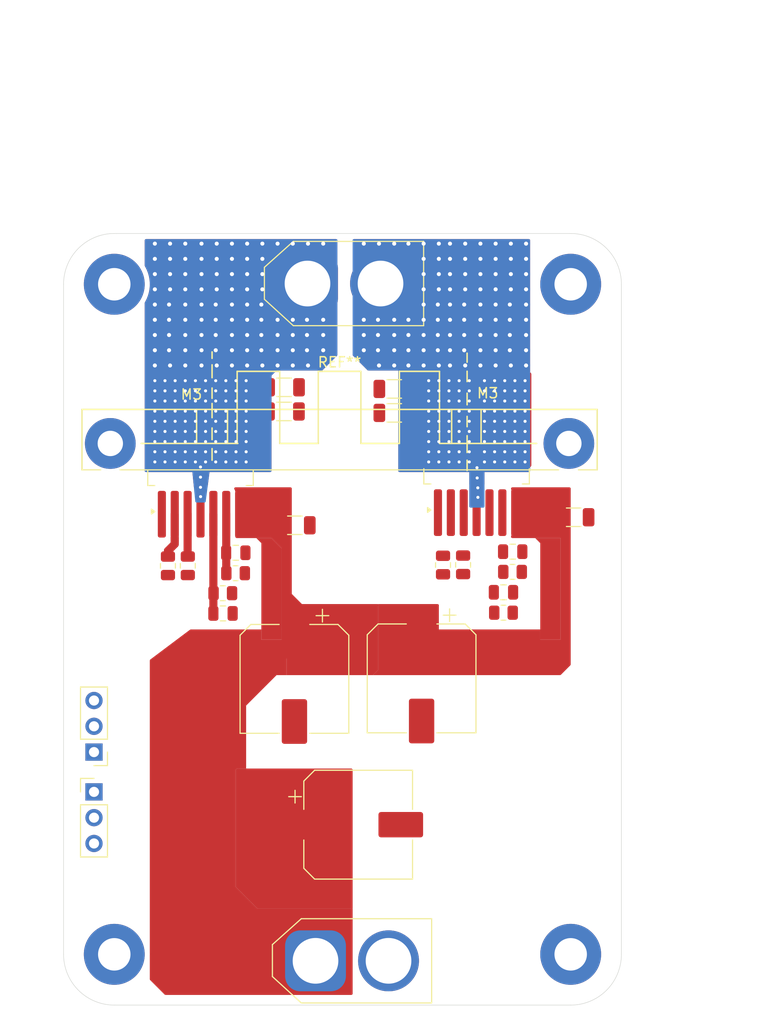
<source format=kicad_pcb>
(kicad_pcb (version 20240108) (generator "pcbnew") (generator_version "8.0")
  (layers (0 "F.Cu" signal) (31 "B.Cu" signal) (34 "B.Paste" user) (35 "F.Paste" user) (36 "B.SilkS" user "B.Silkscreen") (37 "F.SilkS" user "F.Silkscreen") (38 "B.Mask" user) (39 "F.Mask" user) (44 "Edge.Cuts" user))
  (net 0 "")
  (net 1 "GND")
  (net 2 "Net-(J1-Pin_1)")
  (net 3 "Net-(U1-SR)")
  (net 4 "Net-(J3-Pin_1)")
  (net 5 "Net-(J2-Pin_1)")
  (net 6 "Net-(J2-Pin_2)")
  (net 7 "Net-(U2-SR)")
  (net 8 "Net-(J4-Pin_3)")
  (net 9 "Net-(J1-Pin_3)")
  (net 10 "Net-(J1-Pin_2)")
  (net 11 "Net-(J4-Pin_2)")
  (net 12 "Net-(J4-Pin_1)")
  (net 13 "Net-(U1-IN)")
  (net 14 "Net-(U1-INH)")
  (net 15 "Net-(U2-INH)")
  (net 16 "Net-(U2-IN)")
  (footprint "Capacitor_SMD:C_1206_3216Metric" (layer "F.Cu") (at 136.73 76.53)
    (property "Reference" "C6" (hide yes))
    (property "Value" "220nF")
  )
  (footprint "PCM_SL_Mechanical:MountingHole_3.2mm_Pad" (layer "F.Cu") (at 165 64)
    (property "Reference" "H1" (hide yes))
    (property "Value" "MountingHole_M3_3.2mm_Pad")
  )
  (footprint "Capacitor_SMD:CP_Elec_10x10.5" (layer "F.Cu") (at 150.3 102.82 -90)
    (property "Reference" "C10" (hide yes))
    (property "Value" "470uF/1000uF")
  )
  (footprint "Capacitor_SMD:C_1206_3216Metric" (layer "F.Cu") (at 137.8 87.74)
    (property "Reference" "C11" (hide yes))
    (property "Value" "100nF")
  )
  (footprint "Capacitor_SMD:C_0805_2012Metric" (layer "F.Cu") (at 158.3725 94.34)
    (property "Reference" "C12" (hide yes))
    (property "Value" "100nF")
  )
  (footprint "Resistor_SMD:R_0805_2012Metric" (layer "F.Cu") (at 125.29 91.7325 90)
    (property "Reference" "R2" (hide yes))
    (property "Value" "10K")
  )
  (footprint "Connector_PinHeader_2.54mm:PinHeader_1x03_P2.54mm_Vertical" (layer "F.Cu") (at 118 110.08 180)
    (property "Reference" "J1" (hide yes))
    (property "Value" "GPIO IN 1")
  )
  (footprint "PCM_SL_Mechanical:MountingHole_3.2mm_Pad" (layer "F.Cu") (at 120 130)
    (property "Reference" "H4" (hide yes))
    (property "Value" "MountingHole_M3_3.2mm_Pad")
  )
  (footprint "Connector_PinHeader_2.54mm:PinHeader_1x03_P2.54mm_Vertical" (layer "F.Cu") (at 118 114)
    (property "Reference" "J4" (hide yes))
    (property "Value" "GPIO IN 2")
  )
  (footprint "Capacitor_SMD:C_1206_3216Metric" (layer "F.Cu") (at 147.61 74.31 180)
    (property "Reference" "C8" (hide yes))
    (property "Value" "220nF")
  )
  (footprint "Resistor_SMD:R_0805_2012Metric" (layer "F.Cu") (at 152.4125 91.655 -90)
    (property "Reference" "R7" (hide yes))
    (property "Value" "10K")
  )
  (footprint "Capacitor_SMD:CP_Elec_10x10.5" (layer "F.Cu") (at 144.0475 117.23)
    (property "Reference" "C9" (hide yes))
    (property "Value" "470uF/50V")
  )
  (footprint "Package_TO_SOT_SMD:TO-263-7_TabPin8" (layer "F.Cu") (at 155.7225 78.845 90)
    (property "Reference" "U2" (hide yes))
    (property "Value" "~")
  )
  (footprint "Capacitor_SMD:CP_Elec_10x10.5" (layer "F.Cu") (at 137.7625 102.8675 -90)
    (property "Reference" "C4" (hide yes))
    (property "Value" "470uF/1000uF")
  )
  (footprint "Package_TO_SOT_SMD:TO-263-7_TabPin8" (layer "F.Cu") (at 128.5 79 90)
    (property "Reference" "U1" (hide yes))
    (property "Value" "~")
  )
  (footprint "Capacitor_SMD:C_1206_3216Metric" (layer "F.Cu") (at 136.74 74.15 180)
    (property "Reference" "C5" (hide yes))
    (property "Value" "220nF")
  )
  (footprint "Capacitor_SMD:C_1206_3216Metric" (layer "F.Cu") (at 165.29 86.95)
    (property "Reference" "C3" (hide yes))
    (property "Value" "100nF")
  )
  (footprint "PCM_SL_Mechanical:MountingHole_3.2mm_Pad" (layer "F.Cu") (at 120 64)
    (property "Reference" "H2" (hide yes))
    (property "Value" "MountingHole_M3_3.2mm_Pad")
  )
  (footprint "Connector_AMASS:AMASS_XT60-F_1x02_P7.20mm_Vertical" (layer "F.Cu") (at 139.05 63.93)
    (property "Reference" "J2" (hide yes))
    (property "Value" "LOAD")
  )
  (footprint "Capacitor_SMD:C_1206_3216Metric" (layer "F.Cu") (at 147.61 76.67)
    (property "Reference" "C7" (hide yes))
    (property "Value" "220nF")
  )
  (footprint "Resistor_SMD:R_0805_2012Metric" (layer "F.Cu") (at 158.3725 96.35 180)
    (property "Reference" "R5" (hide yes))
    (property "Value" "0.51K")
  )
  (footprint "Capacitor_SMD:C_0805_2012Metric" (layer "F.Cu") (at 131.98 90.45)
    (property "Reference" "C1" (hide yes))
    (property "Value" "1nF")
  )
  (footprint "Resistor_SMD:R_0805_2012Metric" (layer "F.Cu") (at 130.7 94.43 180)
    (property "Reference" "R4" (hide yes))
    (property "Value" "0.51K")
  )
  (footprint "Connector_AMASS:AMASS_XT60-F_1x02_P7.20mm_Vertical" (layer "F.Cu") (at 139.84 130.64)
    (property "Reference" "J3" (hide yes))
    (property "Value" "24V")
  )
  (footprint "Capacitor_SMD:C_0805_2012Metric" (layer "F.Cu") (at 130.72 96.42)
    (property "Reference" "C2" (hide yes))
    (property "Value" "100nF")
  )
  (footprint "Heatsink:Heatsink_SheetType_50x7mm_2Fixations" (layer "F.Cu") (at 142.214 79.68)
    (property "Reference" "REF**")
    (property "Value" "Heatsink_SheetType_50x7mm_2Fixations")
  )
  (footprint "Resistor_SMD:R_0805_2012Metric" (layer "F.Cu") (at 131.96 92.46 180)
    (property "Reference" "R1" (hide yes))
    (property "Value" "1K")
  )
  (footprint "Resistor_SMD:R_0805_2012Metric" (layer "F.Cu") (at 159.265 92.33 180)
    (property "Reference" "R8" (hide yes))
    (property "Value" "1K")
  )
  (footprint "Resistor_SMD:R_0805_2012Metric" (layer "F.Cu") (at 127.25 91.73 90)
    (property "Reference" "R3" (hide yes))
    (property "Value" "10K")
  )
  (footprint "PCM_SL_Mechanical:MountingHole_3.2mm_Pad" (layer "F.Cu") (at 165 130)
    (property "Reference" "H3" (hide yes))
    (property "Value" "MountingHole_M3_3.2mm_Pad")
  )
  (footprint "Capacitor_SMD:C_0805_2012Metric" (layer "F.Cu") (at 159.2825 90.34)
    (property "Reference" "C13" (hide yes))
    (property "Value" "1nF")
  )
  (footprint "Resistor_SMD:R_0805_2012Metric" (layer "F.Cu") (at 154.3925 91.635 -90)
    (property "Reference" "R6" (hide yes))
    (property "Value" "10K")
  )
  (gr_arc (start 115 64) (mid 116.464466 60.464466) (end 120 59) (stroke (width 0.05)) (layer "Edge.Cuts"))
  (gr_arc (start 170 130) (mid 168.535534 133.535534) (end 165 135) (stroke (width 0.05)) (layer "Edge.Cuts"))
  (gr_line (start 120 135) (end 165 135) (stroke (width 0.05)) (layer "Edge.Cuts"))
  (gr_arc (start 120 135) (mid 116.464466 133.535534) (end 115 130) (stroke (width 0.05)) (layer "Edge.Cuts"))
  (gr_line (start 170 130) (end 170 64) (stroke (width 0.05)) (layer "Edge.Cuts"))
  (gr_arc (start 165 59) (mid 168.535534 60.464466) (end 170 64) (stroke (width 0.05)) (layer "Edge.Cuts"))
  (gr_line (start 165 59) (end 120 59) (stroke (width 0.05)) (layer "Edge.Cuts"))
  (gr_line (start 115 64) (end 115 130) (stroke (width 0.05)) (layer "Edge.Cuts"))
  (segment (start 131.04 86.65) (end 131.04 92.38) (width 0.8) (layer "F.Cu") (net 2))
  (segment (start 131.04 92.38) (end 131.12 92.46) (width 0.4) (layer "F.Cu") (net 2))
  (segment (start 129.77 96.32) (end 129.89 96.44) (width 0.4) (layer "F.Cu") (net 3))
  (segment (start 129.77 86.65) (end 129.77 96.32) (width 0.8) (layer "F.Cu") (net 3))
  (segment (start 128.5 86.65) (end 128.5 84.93) (width 0.2) (layer "F.Cu") (net 5))
  (segment (start 128.5 82) (end 128.5 77.5) (width 0.2) (layer "F.Cu") (net 5))
  (segment (start 128.51 84.92) (end 128.5 84.91) (width 0.2) (layer "F.Cu") (net 5))
  (segment (start 128.5 84) (end 128.5 83) (width 0.2) (layer "F.Cu") (net 5))
  (segment (start 128.5 84.91) (end 128.5 84) (width 0.2) (layer "F.Cu") (net 5))
  (segment (start 128.5 83) (end 128.5 82) (width 0.2) (layer "F.Cu") (net 5))
  (segment (start 128.5 84.93) (end 128.51 84.92) (width 0.2) (layer "F.Cu") (net 5))
  (via (at 128 79.5) (size 0.6) (drill 0.3) (layers "F.Cu" "B.Cu") (net 5))
  (via (at 125.4 70.5) (size 0.8) (drill 0.4) (layers "F.Cu" "B.Cu") (net 5))
  (via (at 128 81.5) (size 0.6) (drill 0.3) (layers "F.Cu" "B.Cu") (net 5))
  (via (at 124 77.5) (size 0.6) (drill 0.3) (layers "F.Cu" "B.Cu") (net 5))
  (via (at 140.6 67.5) (size 0.8) (drill 0.4) (layers "F.Cu" "B.Cu") (net 5))
  (via (at 129 74.5) (size 0.6) (drill 0.3) (layers "F.Cu" "B.Cu") (net 5))
  (via (at 133 78.5) (size 0.6) (drill 0.3) (layers "F.Cu" "B.Cu") (net 5))
  (via (at 130 75.5) (size 0.6) (drill 0.3) (layers "F.Cu" "B.Cu") (net 5))
  (via (at 133 77.5) (size 0.6) (drill 0.3) (layers "F.Cu" "B.Cu") (net 5))
  (via (at 133 79.5) (size 0.6) (drill 0.3) (layers "F.Cu" "B.Cu") (net 5))
  (via (at 125 79.5) (size 0.6) (drill 0.3) (layers "F.Cu" "B.Cu") (net 5))
  (via (at 137.6 67.5) (size 0.8) (drill 0.4) (layers "F.Cu" "B.Cu") (net 5))
  (via (at 131 76.5) (size 0.6) (drill 0.3) (layers "F.Cu" "B.Cu") (net 5))
  (via (at 128.6 70.5) (size 0.8) (drill 0.4) (layers "F.Cu" "B.Cu") (net 5))
  (via (at 132 79.5) (size 0.6) (drill 0.3) (layers "F.Cu" "B.Cu") (net 5))
  (via (at 127 72) (size 0.8) (drill 0.4) (layers "F.Cu" "B.Cu") (net 5))
  (via (at 128 74.5) (size 0.6) (drill 0.3) (layers "F.Cu" "B.Cu") (net 5))
  (via (at 124 64.5) (size 0.8) (drill 0.4) (layers "F.Cu" "B.Cu") (net 5))
  (via (at 124 73.5) (size 0.6) (drill 0.3) (layers "F.Cu" "B.Cu") (net 5))
  (via (at 127 78.5) (size 0.6) (drill 0.3) (layers "F.Cu" "B.Cu") (net 5))
  (via (at 139 69) (size 0.8) (drill 0.4) (layers "F.Cu" "B.Cu") (net 5))
  (via (at 133.1 67.5) (size 0.8) (drill 0.4) (layers "F.Cu" "B.Cu") (net 5))
  (via (at 125.4 66) (size 0.8) (drill 0.4) (layers "F.Cu" "B.Cu") (net 5))
  (via (at 128.5 82) (size 0.6) (drill 0.3) (layers "F.Cu" "B.Cu") (net 5))
  (via (at 130 78.5) (size 0.6) (drill 0.3) (layers "F.Cu" "B.Cu") (net 5))
  (via (at 127 64.5) (size 0.8) (drill 0.4) (layers "F.Cu" "B.Cu") (net 5))
  (via (at 129 78.5) (size 0.6) (drill 0.3) (layers "F.Cu" "B.Cu") (net 5))
  (via (at 133.1 61.5) (size 0.8) (drill 0.4) (layers "F.Cu" "B.Cu") (net 5))
  (via (at 127 61.5) (size 0.8) (drill 0.4) (layers "F.Cu" "B.Cu") (net 5))
  (via (at 132 73.5) (size 0.6) (drill 0.3) (layers "F.Cu" "B.Cu") (net 5))
  (via (at 131 73.5) (size 0.6) (drill 0.3) (layers "F.Cu" "B.Cu") (net 5))
  (via (at 130 77.5) (size 0.6) (drill 0.3) (layers "F.Cu" "B.Cu") (net 5))
  (via (at 129 77.5) (size 0.6) (drill 0.3) (layers "F.Cu" "B.Cu") (net 5))
  (via (at 132 76.5) (size 0.6) (drill 0.3) (layers "F.Cu" "B.Cu") (net 5))
  (via (at 127 77.5) (size 0.6) (drill 0.3) (layers "F.Cu" "B.Cu") (net 5))
  (via (at 128 78.5) (size 0.6) (drill 0.3) (layers "F.Cu" "B.Cu") (net 5))
  (via (at 125 75.5) (size 0.6) (drill 0.3) (layers "F.Cu" "B.Cu") (net 5))
  (via (at 134.5 67.5) (size 0.8) (drill 0.4) (layers "F.Cu" "B.Cu") (net 5))
  (via (at 124 60) (size 0.8) (drill 0.4) (layers "F.Cu" "B.Cu") (net 5))
  (via (at 130 69) (size 0.8) (drill 0.4) (layers "F.Cu" "B.Cu") (net 5))
  (via (at 128.6 63) (size 0.8) (drill 0.4) (layers "F.Cu" "B.Cu") (net 5))
  (via (at 131.6 64.5) (size 0.8) (drill 0.4) (layers "F.Cu" "B.Cu") (net 5))
  (via (at 131 75.5) (size 0.6) (drill 0.3) (layers "F.Cu" "B.Cu") (net 5))
  (via (at 128.5 84) (size 0.6) (drill 0.3) (layers "F.Cu" "B.Cu") (net 5))
  (via (at 136.1 67.5) (size 0.8) (drill 0.4) (layers "F.Cu" "B.Cu") (net 5))
  (via (at 139.1 72) (size 0.8) (drill 0.4) (layers "F.Cu" "B.Cu") (net 5))
  (via (at 127 60) (size 0.8) (drill 0.4) (layers "F.Cu" "B.Cu") (net 5))
  (via (at 126 81.5) (size 0.6) (drill 0.3) (layers "F.Cu" "B.Cu") (net 5))
  (via (at 130.1 64.5) (size 0.8) (drill 0.4) (layers "F.Cu" "B.Cu") (net 5))
  (via (at 137.6 69) (size 0.8) (drill 0.4) (layers "F.Cu" "B.Cu") (net 5))
  (via (at 131.6 63) (size 0.8) (drill 0.4) (layers "F.Cu" "B.Cu") (net 5))
  (via (at 126 73.5) (size 0.6) (drill 0.3) (layers "F.Cu" "B.Cu") (net 5))
  (via (at 124 78.5) (size 0.6) (drill 0.3) (layers "F.Cu" "B.Cu") (net 5))
  (via (at 133 80.5) (size 0.6) (drill 0.3) (layers "F.Cu" "B.Cu") (net 5))
  (via (at 126 74.5) (size 0.6) (drill 0.3) (layers "F.Cu" "B.Cu") (net 5))
  (via (at 137.6 70.5) (size 0.8) (drill 0.4) (layers "F.Cu" "B.Cu") (net 5))
  (via (at 126 77.5) (size 0.6) (drill 0.3) (layers "F.Cu" "B.Cu") (net 5))
  (via (at 124 76.5) (size 0.6) (drill 0.3) (layers "F.Cu" "B.Cu") (net 5))
  (via (at 130 66) (size 0.8) (drill 0.4) (layers "F.Cu" "B.Cu") (net 5))
  (via (at 132 78.5) (size 0.6) (drill 0.3) (layers "F.Cu" "B.Cu") (net 5))
  (via (at 129 75.5) (size 0.6) (drill 0.3) (layers "F.Cu" "B.Cu") (net 5))
  (via (at 134.6 72) (size 0.8) (drill 0.4) (layers "F.Cu" "B.Cu") (net 5))
  (via (at 132 74.5) (size 0.6) (drill 0.3) (layers "F.Cu" "B.Cu") (net 5))
  (via (at 136.1 60) (size 0.8) (drill 0.4) (layers "F.Cu" "B.Cu") (net 5))
  (via (at 130 74.5) (size 0.6) (drill 0.3) (layers "F.Cu" "B.Cu") (net 5))
  (via (at 125 74.5) (size 0.6) (drill 0.3) (layers "F.Cu" "B.Cu") (net 5))
  (via (at 128.6 61.5) (size 0.8) (drill 0.4) (layers "F.Cu" "B.Cu") (net 5))
  (via (at 128 73.5) (size 0.6) (drill 0.3) (layers "F.Cu" "B.Cu") (net 5))
  (via (at 124 80.5) (size 0.6) (drill 0.3) (layers "F.Cu" "B.Cu") (net 5))
  (via (at 129 79.5) (size 0.6) (drill 0.3) (layers "F.Cu" "B.Cu") (net 5))
  (via (at 127 75.5) (size 0.6) (drill 0.3) (layers "F.Cu" "B.Cu") (net 5))
  (via (at 131.6 69) (size 0.8) (drill 0.4) (layers "F.Cu" "B.Cu") (net 5))
  (via (at 130 80.5) (size 0.6) (drill 0.3) (layers "F.Cu" "B.Cu") (net 5))
  (via (at 124 72) (size 0.8) (drill 0.4) (layers "F.Cu" "B.Cu") (net 5))
  (via (at 134.5 66) (size 0.8) (drill 0.4) (layers "F.Cu" "B.Cu") (net 5))
  (via (at 128.5 83) (size 0.6) (drill 0.3) (layers "F.Cu" "B.Cu") (net 5))
  (via (at 128 80.5) (size 0.6) (drill 0.3) (layers "F.Cu" "B.Cu") (net 5))
  (via (at 133 75.5) (size 0.6) (drill 0.3) (layers "F.Cu" "B.Cu") (net 5))
  (via (at 136.1 72) (size 0.8) (drill 0.4) (layers "F.Cu" "B.Cu") (net 5))
  (via (at 130 70.5) (size 0.8) (drill 0.4) (layers "F.Cu" "B.Cu") (net 5))
  (via (at 124 74.5) (size 0.6) (drill 0.3) (layers "F.Cu" "B.Cu") (net 5))
  (via (at 133.1 70.5) (size 0.8) (drill 0.4) (layers "F.Cu" "B.Cu") (net 5))
  (via (at 124 81.5) (size 0.6) (drill 0.3) (layers "F.Cu" "B.Cu") (net 5))
  (via (at 130.1 72) (size 0.8) (drill 0.4) (layers "F.Cu" "B.Cu") (net 5))
  (via (at 130 81.5) (size 0.6) (drill 0.3) (layers "F.Cu" "B.Cu") (net 5))
  (via (at 133.1 60) (size 0.8) (drill 0.4) (layers "F.Cu" "B.Cu") (net 5))
  (via (at 125.5 60) (size 0.8) (drill 0.4) (layers "F.Cu" "B.Cu") (net 5))
  (via (at 128.6 64.5) (size 0.8) (drill 0.4) (layers "F.Cu" "B.Cu") (net 5))
  (via (at 129 73.5) (size 0.6) (drill 0.3) (layers "F.Cu" "B.Cu") (net 5))
  (via (at 133 74.5) (size 0.6) (drill 0.3) (layers "F.Cu" "B.Cu") (net 5))
  (via (at 124 66) (size 0.8) (drill 0.4) (layers "F.Cu" "B.Cu") (net 5))
  (via (at 127 80.5) (size 0.6) (drill 0.3) (layers "F.Cu" "B.Cu") (net 5))
  (via (at 125.4 69) (size 0.8) (drill 0.4) (layers "F.Cu" "B.Cu") (net 5))
  (via (at 132 80.5) (size 0.6) (drill 0.3) (layers "F.Cu" "B.Cu") (net 5))
  (via (at 134.6 61.5) (size 0.8) (drill 0.4) (layers "F.Cu" "B.Cu") (net 5))
  (via (at 130.1 61.5) (size 0.8) (drill 0.4) (layers "F.Cu" "B.Cu") (net 5))
  (via (at 140.6 69) (size 0.8) (drill 0.4) (layers "F.Cu" "B.Cu") (net 5))
  (via (at 124 79.5) (size 0.6) (drill 0.3) (layers "F.Cu" "B.Cu") (net 5))
  (via (at 134.6 60) (size 0.8) (drill 0.4) (layers "F.Cu" "B.Cu") (net 5))
  (via (at 127 63) (size 0.8) (drill 0.4) (layers "F.Cu" "B.Cu") (net 5))
  (via (at 124 75.5) (size 0.6) (drill 0.3) (layers "F.Cu" "B.Cu") (net 5))
  (via (at 124 61.5) (size 0.8) (drill 0.4) (layers "F.Cu" "B.Cu") (net 5))
  (via (at 131.6 61.5) (size 0.8) (drill 0.4) (layers "F.Cu" "B.Cu") (net 5))
  (via (at 133 73.5) (size 0.6) (drill 0.3) (layers "F.Cu" "B.Cu") (net 5))
  (via (at 131.6 60) (size 0.8) (drill 0.4) (layers "F.Cu" "B.Cu") (net 5))
  (via (at 139.1 60) (size 0.8) (drill 0.4) (layers "F.Cu" "B.Cu") (net 5))
  (via (at 127 67.5) (size 0.8) (drill 0.4) (layers "F.Cu" "B.Cu") (net 5))
  (via (at 136.1 69) (size 0.8) (drill 0.4) (layers "F.Cu" "B.Cu") (net 5))
  (via (at 137.6 72) (size 0.8) (drill 0.4) (layers "F.Cu" "B.Cu") (net 5))
  (via (at 128 76.5) (size 0.6) (drill 0.3) (layers "F.Cu" "B.Cu") (net 5))
  (via (at 140.6 70.5) (size 0.8) (drill 0.4) (layers "F.Cu" "B.Cu") (net 5))
  (via (at 132 75.5) (size 0.6) (drill 0.3) (layers "F.Cu" "B.Cu") (net 5))
  (via (at 131.6 72) (size 0.8) (drill 0.4) (layers "F.Cu" "B.Cu") (net 5))
  (via (at 139 70.5) (size 0.8) (drill 0.4) (layers "F.Cu" "B.Cu") (net 5))
  (via (at 128.6 66) (size 0.8) (drill 0.4) (layers "F.Cu" "B.Cu") (net 5))
  (via (at 131.6 70.5) (size 0.8) (drill 0.4) (layers "F.Cu" "B.Cu") (net 5))
  (via (at 130 79.5) (size 0.6) (drill 0.3) (layers "F.Cu" "B.Cu") (net 5))
  (via (at 129 76.5) (size 0.6) (drill 0.3) (layers "F.Cu" "B.Cu") (net 5))
  (via (at 128.6 67.5) (size 0.8) (drill 0.4) (layers "F.Cu" "B.Cu") (net 5))
  (via (at 131 77.5) (size 0.6) (drill 0.3) (layers "F.Cu" "B.Cu") (net 5))
  (via (at 128 77.5) (size 0.6) (drill 0.3) (layers "F.Cu" "B.Cu") (net 5))
  (via (at 129 81.5) (size 0.6) (drill 0.3) (layers "F.Cu" "B.Cu") (net 5))
  (via (at 130 76.5) (size 0.6) (drill 0.3) (layers "F.Cu" "B.Cu") (net 5))
  (via (at 127 69) (size 0.8) (drill 0.4) (layers "F.Cu" "B.Cu") (net 5))
  (via (at 131.6 66) (size 0.8) (drill 0.4) (layers "F.Cu" "B.Cu") (net 5))
  (via (at 128.6 72) (size 0.8) (drill 0.4) (layers "F.Cu" "B.Cu") (net 5))
  (via (at 134.5 70.5) (size 0.8) (drill 0.4) (layers "F.Cu" "B.Cu") (net 5))
  (via (at 128.51 84.92) (size 0.6) (drill 0.3) (layers "F.Cu" "B.Cu") (net 5))
  (via (at 124 63) (size 0.8) (drill 0.4) (layers "F.Cu" "B.Cu") (net 5))
  (via (at 126 79.5) (size 0.6) (drill 0.3) (layers "F.Cu" "B.Cu") (net 5))
  (via (at 127 76.5) (size 0.6) (drill 0.3) (layers "F.Cu" "B.Cu") (net 5))
  (via (at 124 67.5) (size 0.8) (drill 0.4) (layers "F.Cu" "B.Cu") (net 5))
  (via (at 134.5 69) (size 0.8) (drill 0.4) (layers "F.Cu" "B.Cu") (net 5))
  (via (at 131 74.5) (size 0.6) (drill 0.3) (layers "F.Cu" "B.Cu") (net 5))
  (via (at 125 80.5) (size 0.6) (drill 0.3) (layers "F.Cu" "B.Cu") (net 5))
  (via (at 130 73.5) (size 0.6) (drill 0.3) (layers "F.Cu" "B.Cu") (net 5))
  (via (at 132 77.5) (size 0.6) (drill 0.3) (layers "F.Cu" "B.Cu") (net 5))
  (via (at 133.1 69) (size 0.8) (drill 0.4) (layers "F.Cu" "B.Cu") (net 5))
  (via (at 127 79.5) (size 0.6) (drill 0.3) (layers "F.Cu" "B.Cu") (net 5))
  (via (at 133.1 66) (size 0.8) (drill 0.4) (layers "F.Cu" "B.Cu") (net 5))
  (via (at 130.1 60) (size 0.8) (drill 0.4) (layers "F.Cu" "B.Cu") (net 5))
  (via (at 139 67.5) (size 0.8) (drill 0.4) (layers "F.Cu" "B.Cu") (net 5))
  (via (at 130.1 63) (size 0.8) (drill 0.4) (layers "F.Cu" "B.Cu") (net 5))
  (via (at 126 76.5) (size 0.6) (drill 0.3) (layers "F.Cu" "B.Cu") (net 5))
  (via (at 136.1 70.5) (size 0.8) (drill 0.4) (layers "F.Cu" "B.Cu") (net 5))
  (via (at 125.4 67.5) (size 0.8) (drill 0.4) (layers "F.Cu" "B.Cu") (net 5))
  (via (at 127 70.5) (size 0.8) (drill 0.4) (layers "F.Cu" "B.Cu") (net 5))
  (via (at 134.6 63) (size 0.8) (drill 0.4) (layers "F.Cu" "B.Cu") (net 5))
  (via (at 125.5 72) (size 0.8) (drill 0.4) (layers "F.Cu" "B.Cu") (net 5))
  (via (at 125.5 61.5) (size 0.8) (drill 0.4) (layers "F.Cu" "B.Cu") (net 5))
  (via (at 128.6 69) (size 0.8) (drill 0.4) (layers "F.Cu" "B.Cu") (net 5))
  (via (at 131 80.5) (size 0.6) (drill 0.3) (layers "F.Cu" "B.Cu") (net 5))
  (via (at 124 70.5) (size 0.8) (drill 0.4) (layers "F.Cu" "B.Cu") (net 5))
  (via (at 126 75.5) (size 0.6) (drill 0.3) (layers "F.Cu" "B.Cu") (net 5))
  (via (at 137.6 60) (size 0.8) (drill 0.4) (layers "F.Cu" "B.Cu") (net 5))
  (via (at 130 67.5) (size 0.8) (drill 0.4) (layers "F.Cu" "B.Cu") (net 5))
  (via (at 125 73.5) (size 0.6) (drill 0.3) (layers "F.Cu" "B.Cu") (net 5))
  (via (at 131 78.5) (size 0.6) (drill 0.3) (layers "F.Cu" "B.Cu") (net 5))
  (via (at 128.6 60) (size 0.8) (drill 0.4) (layers "F.Cu" "B.Cu") (net 5))
  (via (at 125 78.5) (size 0.6) (drill 0.3) (layers "F.Cu" "B.Cu") (net 5))
  (via (at 129 80.5) (size 0.6) (drill 0.3) (layers "F.Cu" "B.Cu") (net 5))
  (via (at 126 78.5) (size 0.6) (drill 0.3) (layers "F.Cu" "B.Cu") (net 5))
  (via (at 140.6 60) (size 0.8) (drill 0.4) (layers "F.Cu" "B.Cu") (net 5))
  (via (at 133 76.5) (size 0.6) (drill 0.3) (layers "F.Cu" "B.Cu") (net 5))
  (via (at 125 76.5) (size 0.6) (drill 0.3) (layers "F.Cu" "B.Cu") (net 5))
  (via (at 134.6 64.5) (size 0.8) (drill 0.4) (layers "F.Cu" "B.Cu") (net 5))
  (via (at 125 81.5) (size 0.6) (drill 0.3) (layers "F.Cu" "B.Cu") (net 5))
  (via (at 133.1 63) (size 0.8) (drill 0.4) (layers "F.Cu" "B.Cu") (net 5))
  (via (at 131.6 67.5) (size 0.8) (drill 0.4) (layers "F.Cu" "B.Cu") (net 5))
  (via (at 127 73.5) (size 0.6) (drill 0.3) (layers "F.Cu" "B.Cu") (net 5))
  (via (at 127 74.5) (size 0.6) (drill 0.3) (layers "F.Cu" "B.Cu") (net 5))
  (via (at 125.5 63) (size 0.8) (drill 0.4) (layers "F.Cu" "B.Cu") (net 5))
  (via (at 131 81.5) (size 0.6) (drill 0.3) (layers "F.Cu" "B.Cu") (net 5))
  (via (at 125.5 64.5) (size 0.8) (drill 0.4) (layers "F.Cu" "B.Cu") (net 5))
  (via (at 125 77.5) (size 0.6) (drill 0.3) (layers "F.Cu" "B.Cu") (net 5))
  (via (at 133 81.5) (size 0.6) (drill 0.3) (layers "F.Cu" "B.Cu") (net 5))
  (via (at 127 66) (size 0.8) (drill 0.4) (layers "F.Cu" "B.Cu") (net 5))
  (via (at 132 81.5) (size 0.6) (drill 0.3) (layers "F.Cu" "B.Cu") (net 5))
  (via (at 126 80.5) (size 0.6) (drill 0.3) (layers "F.Cu" "B.Cu") (net 5))
  (via (at 131 79.5) (size 0.6) (drill 0.3) (layers "F.Cu" "B.Cu") (net 5))
  (via (at 124 69) (size 0.8) (drill 0.4) (layers "F.Cu" "B.Cu") (net 5))
  (via (at 127 81.5) (size 0.6) (drill 0.3) (layers "F.Cu" "B.Cu") (net 5))
  (via (at 133.1 64.5) (size 0.8) (drill 0.4) (layers "F.Cu" "B.Cu") (net 5))
  (via (at 133.1 72) (size 0.8) (drill 0.4) (layers "F.Cu" "B.Cu") (net 5))
  (via (at 128 75.5) (size 0.6) (drill 0.3) (layers "F.Cu" "B.Cu") (net 5))
  (via (at 152 60) (size 0.8) (drill 0.4) (layers "F.Cu" "B.Cu") (net 6))
  (via (at 153 76.5) (size 0.6) (drill 0.3) (layers "F.Cu" "B.Cu") (net 6))
  (via (at 151 78.5) (size 0.6) (drill 0.3) (layers "F.Cu" "B.Cu") (net 6))
  (via (at 156.1 70.5) (size 0.8) (drill 0.4) (layers "F.Cu" "B.Cu") (net 6))
  (via (at 158.5 78.5) (size 0.6) (drill 0.3) (layers "F.Cu" "B.Cu") (net 6))
  (via (at 160.6 64.5) (size 0.8) (drill 0.4) (layers "F.Cu" "B.Cu") (net 6))
  (via (at 155 79.5) (size 0.6) (drill 0.3) (layers "F.Cu" "B.Cu") (net 6))
  (via (at 158.5 77.5) (size 0.6) (drill 0.3) (layers "F.Cu" "B.Cu") (net 6))
  (via (at 157.5 81.5) (size 0.6) (drill 0.3) (layers "F.Cu" "B.Cu") (net 6))
  (via (at 154.5 70.5) (size 0.8) (drill 0.4) (layers "F.Cu" "B.Cu") (net 6))
  (via (at 149 67.5) (size 0.8) (drill 0.4) (layers "F.Cu" "B.Cu") (net 6))
  (via (at 159.5 75.5) (size 0.6) (drill 0.3) (layers "F.Cu" "B.Cu") (net 6))
  (via (at 151 76.5) (size 0.6) (drill 0.3) (layers "F.Cu" "B.Cu") (net 6))
  (via (at 158.5 80.5) (size 0.6) (drill 0.3) (layers "F.Cu" "B.Cu") (net 6))
  (via (at 159 66) (size 0.8) (drill 0.4) (layers "F.Cu" "B.Cu") (net 6))
  (via (at 153.1 72) (size 0.8) (drill 0.4) (layers "F.Cu" "B.Cu") (net 6))
  (via (at 153.1 64.5) (size 0.8) (drill 0.4) (layers "F.Cu" "B.Cu") (net 6))
  (via (at 160.6 70.5) (size 0.8) (drill 0.4) (layers "F.Cu" "B.Cu") (net 6))
  (via (at 157.6 61.5) (size 0.8) (drill 0.4) (layers "F.Cu" "B.Cu") (net 6))
  (via (at 159.1 60) (size 0.8) (drill 0.4) (layers "F.Cu" "B.Cu") (net 6))
  (via (at 157.5 73.5) (size 0.6) (drill 0.3) (layers "F.Cu" "B.Cu") (net 6))
  (via (at 157.6 67.5) (size 0.8) (drill 0.4) (layers "F.Cu" "B.Cu") (net 6))
  (via (at 151 79.5) (size 0.6) (drill 0.3) (layers "F.Cu" "B.Cu") (net 6))
  (via (at 152 64.5) (size 0.8) (drill 0.4) (layers "F.Cu" "B.Cu") (net 6))
  (via (at 152 81.5) (size 0.6) (drill 0.3) (layers "F.Cu" "B.Cu") (net 6))
  (via (at 160.5 78.5) (size 0.6) (drill 0.3) (layers "F.Cu" "B.Cu") (net 6))
  (via (at 154.5 69) (size 0.8) (drill 0.4) (layers "F.Cu" "B.Cu") (net 6))
  (via (at 160.6 69) (size 0.8) (drill 0.4) (layers "F.Cu" "B.Cu") (net 6))
  (via (at 159 67.5) (size 0.8) (drill 0.4) (layers "F.Cu" "B.Cu") (net 6))
  (via (at 160.6 63) (size 0.8) (drill 0.4) (layers "F.Cu" "B.Cu") (net 6))
  (via (at 149 72) (size 0.8) (drill 0.4) (layers "F.Cu" "B.Cu") (net 6))
  (via (at 160.5 74.5) (size 0.6) (drill 0.3) (layers "F.Cu" "B.Cu") (net 6))
  (via (at 158.5 75.5) (size 0.6) (drill 0.3) (layers "F.Cu" "B.Cu") (net 6))
  (via (at 149 70.5) (size 0.8) (drill 0.4) (layers "F.Cu" "B.Cu") (net 6))
  (via (at 156.5 73.5) (size 0.6) (drill 0.3) (layers "F.Cu" "B.Cu") (net 6))
  (via (at 149 69) (size 0.8) (drill 0.4) (layers "F.Cu" "B.Cu") (net 6))
  (via (at 155 77.5) (size 0.6) (drill 0.3) (layers "F.Cu" "B.Cu") (net 6))
  (via (at 158.5 74.5) (size 0.6) (drill 0.3) (layers "F.Cu" "B.Cu") (net 6))
  (via (at 159.5 74.5) (size 0.6) (drill 0.3) (layers "F.Cu" "B.Cu") (net 6))
  (via (at 153.1 67.5) (size 0.8) (drill 0.4) (layers "F.Cu" "B.Cu") (net 6))
  (via (at 147.6 60) (size 0.8) (drill 0.4) (layers "F.Cu" "B.Cu") (net 6))
  (via (at 160.5 73.5) (size 0.6) (drill 0.3) (layers "F.Cu" "B.Cu") (net 6))
  (via (at 156.1 64.5) (size 0.8) (drill 0.4) (layers "F.Cu" "B.Cu") (net 6))
  (via (at 157.5 74.5) (size 0.6) (drill 0.3) (layers "F.Cu" "B.Cu") (net 6))
  (via (at 154 78.5) (size 0.6) (drill 0.3) (layers "F.Cu" "B.Cu") (net 6))
  (via (at 156.1 69) (size 0.8) (drill 0.4) (layers "F.Cu" "B.Cu") (net 6))
  (via (at 153.1 66) (size 0.8) (drill 0.4) (layers "F.Cu" "B.Cu") (net 6))
  (via (at 155 75.5) (size 0.6) (drill 0.3) (layers "F.Cu" "B.Cu") (net 6))
  (via (at 151.9 67.5) (size 0.8) (drill 0.4) (layers "F.Cu" "B.Cu") (net 6))
  (via (at 154.6 72) (size 0.8) (drill 0.4) (layers "F.Cu" "B.Cu") (net 6))
  (via (at 159.5 76.5) (size 0.6) (drill 0.3) (layers "F.Cu" "B.Cu") (net 6))
  (via (at 156.1 60) (size 0.8) (drill 0.4) (layers "F.Cu" "B.Cu") (net 6))
  (via (at 157.5 79.5) (size 0.6) (drill 0.3) (layers "F.Cu" "B.Cu") (net 6))
  (via (at 147.6 70.5) (size 0.8) (drill 0.4) (layers "F.Cu" "B.Cu") (net 6))
  (via (at 155.85 84.99) (size 0.6) (drill 0.3) (layers "F.Cu" "B.Cu") (net 6))
  (via (at 155.84 84.05) (size 0.6) (drill 0.3) (layers "F.Cu" "B.Cu") (net 6))
  (via (at 150.5 72) (size 0.8) (drill 0.4) (layers "F.Cu" "B.Cu") (net 6))
  (via (at 146.1 60) (size 0.8) (drill 0.4) (layers "F.Cu" "B.Cu") (net 6))
  (via (at 154 75.5) (size 0.6) (drill 0.3) (layers "F.Cu" "B.Cu") (net 6))
  (via (at 160.6 66) (size 0.8) (drill 0.4) (layers "F.Cu" "B.Cu") (net 6))
  (via (at 159.5 78.5) (size 0.6) (drill 0.3) (layers "F.Cu" "B.Cu") (net 6))
  (via (at 160.6 61.5) (size 0.8) (drill 0.4) (layers "F.Cu" "B.Cu") (net 6))
  (via (at 153.1 70.5) (size 0.8) (drill 0.4) (layers "F.Cu" "B.Cu") (net 6))
  (via (at 157.6 60) (size 0.8) (drill 0.4) (layers "F.Cu" "B.Cu") (net 6))
  (via (at 150.5 61.5) (size 0.8) (drill 0.4) (layers "F.Cu" "B.Cu") (net 6))
  (via (at 156.5 80.5) (size 0.6) (drill 0.3) (layers "F.Cu" "B.Cu") (net 6))
  (via (at 158.5 76.5) (size 0.6) (drill 0.3) (layers "F.Cu" "B.Cu") (net 6))
  (via (at 152 74.5) (size 0.6) (drill 0.3) (layers "F.Cu" "B.Cu") (net 6))
  (via (at 159.1 63) (size 0.8) (drill 0.4) (layers "F.Cu" "B.Cu") (net 6))
  (via (at 147.6 69) (size 0.8) (drill 0.4) (layers "F.Cu" "B.Cu") (net 6))
  (via (at 157.5 76.5) (size 0.6) (drill 0.3) (layers "F.Cu" "B.Cu") (net 6))
  (via (at 157.5 75.5) (size 0.6) (drill 0.3) (layers "F.Cu" "B.Cu") (net 6))
  (via (at 147.6 72) (size 0.8) (drill 0.4) (layers "F.Cu" "B.Cu") (net 6))
  (via (at 154.6 60) (size 0.8) (drill 0.4) (layers "F.Cu" "B.Cu") (net 6))
  (via (at 146 69) (size 0.8) (drill 0.4) (layers "F.Cu" "B.Cu") (net 6))
  (via (at 160.5 81.5) (size 0.6) (drill 0.3) (layers "F.Cu" "B.Cu") (net 6))
  (via (at 159.5 81.5) (size 0.6) (drill 0.3) (layers "F.Cu" "B.Cu") (net 6))
  (via (at 152 63) (size 0.8) (drill 0.4) (layers "F.Cu" "B.Cu") (net 6))
  (via (at 157.5 77.5) (size 0.6) (drill 0.3) (layers "F.Cu" "B.Cu") (net 6))
  (via (at 159 70.5) (size 0.8) (drill 0.4) (layers "F.Cu" "B.Cu") (net 6))
  (via (at 154.6 63) (size 0.8) (drill 0.4) (layers "F.Cu" "B.Cu") (net 6))
  (via (at 151 75.5) (size 0.6) (drill 0.3) (layers "F.Cu" "B.Cu") (net 6))
  (via (at 153.1 69) (size 0.8) (drill 0.4) (layers "F.Cu" "B.Cu") (net 6))
  (via (at 156.5 74.5) (size 0.6) (drill 0.3) (layers "F.Cu" "B.Cu") (net 6))
  (via (at 160.6 60) (size 0.8) (drill 0.4) (layers "F.Cu" "B.Cu") (net 6))
  (via (at 159.5 79.5) (size 0.6) (drill 0.3) (layers "F.Cu" "B.Cu") (net 6))
  (via (at 156.1 72) (size 0.8) (drill 0.4) (layers "F.Cu" "B.Cu") (net 6))
  (via (at 153 75.5) (size 0.6) (drill 0.3) (layers "F.Cu" "B.Cu") (net 6))
  (via (at 152 78.5) (size 0.6) (drill 0.3) (layers "F.Cu" "B.Cu") (net 6))
  (via (at 144.6 69) (size 0.8) (drill 0.4) (layers "F.Cu" "B.Cu") (net 6))
  (via (at 156.5 81.5) (size 0.6) (drill 0.3) (layers "F.Cu" "B.Cu") (net 6))
  (via (at 151.9 66) (size 0.8) (drill 0.4) (layers "F.Cu" "B.Cu") (net 6))
  (via (at 156.1 66) (size 0.8) (drill 0.4) (layers "F.Cu" "B.Cu") (net 6))
  (via (at 157.6 64.5) (size 0.8) (drill 0.4) (layers "F.Cu" "B.Cu") (net 6))
  (via (at 151 81.5) (size 0.6) (drill 0.3) (layers "F.Cu" "B.Cu") (net 6))
  (via (at 159.1 61.5) (size 0.8) (drill 0.4) (layers "F.Cu" "B.Cu") (net 6))
  (via (at 152 80.5) (size 0.6) (drill 0.3) (layers "F.Cu" "B.Cu") (net 6))
  (via (at 151 74.5) (size 0.6) (drill 0.3) (layers "F.Cu" "B.Cu") (net 6))
  (via (at 158.5 79.5) (size 0.6) (drill 0.3) (layers "F.Cu" "B.Cu") (net 6))
  (via (at 155.76 82.07) (size 0.6) (drill 0.3) (layers "F.Cu" "B.Cu") (net 6))
  (via (at 149 60) (size 0.8) (drill 0.4) (layers "F.Cu" "B.Cu") (net 6))
  (via (at 144.6 60) (size 0.8) (drill 0.4) (layers "F.Cu" "B.Cu") (net 6))
  (via (at 146 70.5) (size 0.8) (drill 0.4) (layers "F.Cu" "B.Cu") (net 6))
  (via (at 153 79.5) (size 0.6) (drill 0.3) (layers "F.Cu" "B.Cu") (net 6))
  (via (at 150.5 70.5) (size 0.8) (drill 0.4) (layers "F.Cu" "B.Cu") (net 6))
  (via (at 153.1 63) (size 0.8) (drill 0.4) (layers "F.Cu" "B.Cu") (net 6))
  (via (at 157.5 78.5) (size 0.6) (drill 0.3) (layers "F.Cu" "B.Cu") (net 6))
  (via (at 160.5 80.5) (size 0.6) (drill 0.3) (layers "F.Cu" "B.Cu") (net 6))
  (via (at 150.5 69) (size 0.8) (drill 0.4) (layers "F.Cu" "B.Cu") (net 6))
  (via (at 157.6 70.5) (size 0.8) (drill 0.4) (layers "F.Cu" "B.Cu") (net 6))
  (via (at 158.5 73.5) (size 0.6) (drill 0.3) (layers "F.Cu" "B.Cu") (net 6))
  (via (at 151 80.5) (size 0.6) (drill 0.3) (layers "F.Cu" "B.Cu") (net 6))
  (via (at 157.6 63) (size 0.8) (drill 0.4) (layers "F.Cu" "B.Cu") (net 6))
  (via (at 159.1 64.5) (size 0.8) (drill 0.4) (layers "F.Cu" "B.Cu") (net 6))
  (via (at 150.5 64.5) (size 0.8) (drill 0.4) (layers "F.Cu" "B.Cu") (net 6))
  (via (at 154.6 64.5) (size 0.8) (drill 0.4) (layers "F.Cu" "B.Cu") (net 6))
  (via (at 150.5 66) (size 0.8) (drill 0.4) (layers "F.Cu" "B.Cu") (net 6))
  (via (at 150.5 63) (size 0.8) (drill 0.4) (layers "F.Cu" "B.Cu") (net 6))
  (via (at 156.1 67.5) (size 0.8) (drill 0.4) (layers "F.Cu" "B.Cu") (net 6))
  (via (at 156.5 75.5) (size 0.6) (drill 0.3) (layers "F.Cu" "B.Cu") (net 6))
  (via (at 155 76.5) (size 0.6) (drill 0.3) (layers "F.Cu" "B.Cu") (net 6))
  (via (at 159.5 73.5) (size 0.6) (drill 0.3) (layers "F.Cu" "B.Cu") (net 6))
  (via (at 153 80.5) (size 0.6) (drill 0.3) (layers "F.Cu" "B.Cu") (net 6))
  (via (at 154 81.5) (size 0.6) (drill 0.3) (layers "F.Cu" "B.Cu") (net 6))
  (via (at 154 76.5) (size 0.6) (drill 0.3) (layers "F.Cu" "B.Cu") (net 6))
  (via (at 157.6 69) (size 0.8) (drill 0.4) (layers "F.Cu" "B.Cu") (net 6))
  (via (at 156.5 79.5) (size 0.6) (drill 0.3) (layers "F.Cu" "B.Cu") (net 6))
  (via (at 153 73.5) (size 0.6) (drill 0.3) (layers "F.Cu" "B.Cu") (net 6))
  (via (at 154 74.5) (size 0.6) (drill 0.3) (layers "F.Cu" "B.Cu") (net 6))
  (via (at 153 78.5) (size 0.6) (drill 0.3) (layers "F.Cu" "B.Cu") (net 6))
  (via (at 158.5 81.5) (size 0.6) (drill 0.3) (layers "F.Cu" "B.Cu") (net 6))
  (via (at 151 73.5) (size 0.6) (drill 0.3) (layers "F.Cu" "B.Cu") (net 6))
  (via (at 153 81.5) (size 0.6) (drill 0.3) (layers "F.Cu" "B.Cu") (net 6))
  (via (at 155 74.5) (size 0.6) (drill 0.3) (layers "F.Cu" "B.Cu") (net 6))
  (via (at 155 73.5) (size 0.6) (drill 0.3) (layers "F.Cu" "B.Cu") (net 6))
  (via (at 156.5 77.5) (size 0.6) (drill 0.3) (layers "F.Cu" "B.Cu") (net 6))
  (via (at 160.5 76.5) (size 0.6) (drill 0.3) (layers "F.Cu" "B.Cu") (net 6))
  (via (at 146.1 72) (size 0.8) (drill 0.4) (layers "F.Cu" "B.Cu") (net 6))
  (via (at 153 77.5) (size 0.6) (drill 0.3) (layers "F.Cu" "B.Cu") (net 6))
  (via (at 152 77.5) (size 0.6) (drill 0.3) (layers "F.Cu" "B.Cu") (net 6))
  (via (at 150.5 60) (size 0.8) (drill 0.4) (layers "F.Cu" "B.Cu") (net 6))
  (via (at 157.5 80.5) (size 0.6) (drill 0.3) (layers "F.Cu" "B.Cu") (net 6))
  (via (at 160.5 79.5) (size 0.6) (drill 0.3) (layers "F.Cu" "B.Cu") (net 6))
  (via (at 156.5 76.5) (size 0.6) (drill 0.3) (layers "F.Cu" "B.Cu") (net 6))
  (via (at 154 80.5) (size 0.6) (drill 0.3) (layers "F.Cu" "B.Cu") (net 6))
  (via (at 154.5 66) (size 0.8) (drill 0.4) (layers "F.Cu" "B.Cu") (net 6))
  (via (at 155 78.5) (size 0.6) (drill 0.3) (layers "F.Cu" "B.Cu") (net 6))
  (via (at 154 73.5) (size 0.6) (drill 0.3) (layers "F.Cu" "B.Cu") (net 6))
  (via (at 160.6 67.5) (size 0.8) (drill 0.4) (layers "F.Cu" "B.Cu") (net 6))
  (via (at 152 72) (size 0.8) (drill 0.4) (layers "F.Cu" "B.Cu") (net 6))
  (via (at 156.1 61.5) (size 0.8) (drill 0.4) (layers "F.Cu" "B.Cu") (net 6))
  (via (at 152 76.5) (size 0.6) (drill 0.3) (layers "F.Cu" "B.Cu") (net 6))
  (via (at 159 69) (size 0.8) (drill 0.4) (layers "F.Cu" "B.Cu") (net 6))
  (via (at 153.1 61.5) (size 0.8) (drill 0.4) (layers "F.Cu" "B.Cu") (net 6))
  (via (at 152 73.5) (size 0.6) (drill 0.3) (layers "F.Cu" "B.Cu") (net 6))
  (via (at 153 74.5) (size 0.6) (drill 0.3) (layers "F.Cu" "B.Cu") (net 6))
  (via (at 150.5 67.5) (size 0.8) (drill 0.4) (layers "F.Cu" "B.Cu") (net 6))
  (via (at 159.5 80.5) (size 0.6) (drill 0.3) (layers "F.Cu" "B.Cu") (net 6))
  (via (at 151.9 69) (size 0.8) (drill 0.4) (layers "F.Cu" "B.Cu") (net 6))
  (via (at 156.5 78.5) (size 0.6) (drill 0.3) (layers "F.Cu" "B.Cu") (net 6))
  (via (at 152 79.5) (size 0.6) (drill 0.3) (layers "F.Cu" "B.Cu") (net 6))
  (via (at 156.1 63) (size 0.8) (drill 0.4) (layers "F.Cu" "B.Cu") (net 6))
  (via (at 152 75.5) (size 0.6) (drill 0.3) (layers "F.Cu" "B.Cu") (net 6))
  (via (at 160.5 75.5) (size 0.6) (drill 0.3) (layers "F.Cu" "B.Cu") (net 6))
  (via (at 151.9 70.5) (size 0.8) (drill 0.4) (layers "F.Cu" "B.Cu") (net 6))
  (via (at 157.6 72) (size 0.8) (drill 0.4) (layers "F.Cu" "B.Cu") (net 6))
  (via (at 147.6 67.5) (size 0.8) (drill 0.4) (layers "F.Cu" "B.Cu") (net 6))
  (via (at 154 77.5) (size 0.6) (drill 0.3) (layers "F.Cu" "B.Cu") (net 6))
  (via (at 155.78 83.08) (size 0.6) (drill 0.3) (layers "F.Cu" "B.Cu") (net 6))
  (via (at 146 67.5) (size 0.8) (drill 0.4) (layers "F.Cu" "B.Cu") (net 6))
  (via (at 144.6 70.5) (size 0.8) (drill 0.4) (layers "F.Cu" "B.Cu") (net 6))
  (via (at 159.1 72) (size 0.8) (drill 0.4) (layers "F.Cu" "B.Cu") (net 6))
  (via (at 154.6 61.5) (size 0.8) (drill 0.4) (layers "F.Cu" "B.Cu") (net 6))
  (via (at 160.5 77.5) (size 0.6) (drill 0.3) (layers "F.Cu" "B.Cu") (net 6))
  (via (at 155 80.5) (size 0.6) (drill 0.3) (layers "F.Cu" "B.Cu") (net 6))
  (via (at 154 79.5) (size 0.6) (drill 0.3) (layers "F.Cu" "B.Cu") (net 6))
  (via (at 155 81.5) (size 0.6) (drill 0.3) (layers "F.Cu" "B.Cu") (net 6))
  (via (at 154.5 67.5) (size 0.8) (drill 0.4) (layers "F.Cu" "B.Cu") (net 6))
  (via (at 152 61.5) (size 0.8) (drill 0.4) (layers "F.Cu" "B.Cu") (net 6))
  (via (at 151 77.5) (size 0.6) (drill 0.3) (layers "F.Cu" "B.Cu") (net 6))
  (via (at 159.5 77.5) (size 0.6) (drill 0.3) (layers "F.Cu" "B.Cu") (net 6))
  (via (at 160.6 72) (size 0.8) (drill 0.4) (layers "F.Cu" "B.Cu") (net 6))
  (via (at 157.6 66) (size 0.8) (drill 0.4) (layers "F.Cu" "B.Cu") (net 6))
  (via (at 153.1 60) (size 0.8) (drill 0.4) (layers "F.Cu" "B.Cu") (net 6))
  (via (at 144.6 67.5) (size 0.8) (drill 0.4) (layers "F.Cu" "B.Cu") (net 6))
  (segment (start 125.29 90.26) (end 125.29 90.82) (width 0.8) (layer "F.Cu") (net 13))
  (segment (start 125.96 89) (end 125.96 89.46) (width 0.8) (layer "F.Cu") (net 13))
  (segment (start 125.96 86.65) (end 125.96 89) (width 0.8) (layer "F.Cu") (net 13))
  (segment (start 125.96 89) (end 125.96 89.59) (width 0.8) (layer "F.Cu") (net 13))
  (segment (start 125.96 89.59) (end 125.29 90.26) (width 0.8) (layer "F.Cu") (net 13))
  (segment (start 127.23 86.65) (end 127.23 90.735) (width 0.8) (layer "F.Cu") (net 14))
  (segment (start 127.23 90.735) (end 127.09 90.875) (width 0.4) (layer "F.Cu") (net 14))
  (zone (net 4) (net_name "Net-(J3-Pin_1)") (layer "F.Cu") (priority 2) (connect_pads yes (clearance 0.5)) (min_thickness 0.25) (fill yes (thermal_gap 0.5) (thermal_bridge_width 0.5))
    (polygon (pts (xy 164 102.5) (xy 165 101.5) (xy 165 84) (xy 159 84) (xy 159 89) (xy 163 89) (xy 163.5 89.5) (xy 163.5 97.5) (xy 163 98) (xy 152 98) (xy 152 95.5) (xy 146 95.5) (xy 145.5 96) (xy 145.5 102.5)))
  )
  (zone (net 4) (net_name "Net-(J3-Pin_1)") (layer "F.Cu") (priority 5) (connect_pads yes (clearance 0.5)) (min_thickness 0.25) (fill yes (thermal_gap 0.5) (thermal_bridge_width 0.5))
    (polygon (pts (xy 134 89) (xy 134.5 89.5) (xy 134.5 99) (xy 136.5 99) (xy 136.5 90) (xy 135.5 89)))
  )
  (zone (net 4) (net_name "Net-(J3-Pin_1)") (layer "F.Cu") (priority 6) (connect_pads yes (clearance 0.5)) (min_thickness 0.25) (fill yes (thermal_gap 0.5) (thermal_bridge_width 0.5))
    (polygon (pts (xy 161.5 89) (xy 162 89.5) (xy 162 99) (xy 164 99) (xy 164 89)))
  )
  (zone (net 4) (net_name "Net-(J3-Pin_1)") (layer "F.Cu") (priority 7) (connect_pads yes (clearance 0.5)) (min_thickness 0.25) (fill yes (thermal_gap 0.5) (thermal_bridge_width 0.5))
    (polygon (pts (xy 143.5 125.5) (xy 143.5 111.7) (xy 132.08 111.7) (xy 131.97 111.81) (xy 131.97 123.35) (xy 134.12 125.5)))
  )
  (zone (net 4) (net_name "Net-(J3-Pin_1)") (layer "F.Cu") (priority 4) (connect_pads yes (clearance 0.5)) (min_thickness 0.25) (fill yes (thermal_gap 0.5) (thermal_bridge_width 0.5))
    (polygon (pts (xy 136 102.5) (xy 133 105.5) (xy 133 121) (xy 134 122) (xy 140 122) (xy 143.5 125.5) (xy 143.5 134) (xy 125 134) (xy 123.5 132.5) (xy 123.5 101) (xy 127.5 98) (xy 136.5 98) (xy 137 97.5) (xy 137 102.5)))
  )
  (zone (net 4) (net_name "Net-(J3-Pin_1)") (layer "F.Cu") (priority 3) (connect_pads yes (clearance 0.5)) (min_thickness 0.25) (fill yes (thermal_gap 0.5) (thermal_bridge_width 0.5))
    (polygon (pts (xy 146 95.5) (xy 138.5 95.5) (xy 137.5 94.5) (xy 137.5 84) (xy 131.5 84) (xy 131.5 89) (xy 135.5 89) (xy 136 89.5) (xy 136 102.5) (xy 145.5 102.5) (xy 146 102)))
  )
  (zone (net 6) (net_name "Net-(J2-Pin_2)") (layers "F&B.Cu") (priority 1) (connect_pads yes (clearance 0.5)) (min_thickness 0.25) (fill yes (thermal_gap 0.5) (thermal_bridge_width 0.5))
    (polygon (pts (xy 143.5 59.5) (xy 143.5 71) (xy 145 72.5) (xy 148 72.5) (xy 148 82.5) (xy 155 82.5) (xy 155 86) (xy 156.5 86) (xy 156.5 82.5) (xy 161 82.5) (xy 161 59.5)))
  )
  (zone (net 5) (net_name "Net-(J2-Pin_1)") (layers "F&B.Cu") (connect_pads yes (clearance 0.5)) (min_thickness 0.25) (fill yes (thermal_gap 0.5) (thermal_bridge_width 0.5))
    (polygon (pts (xy 128 85.5) (xy 127.7 82.5) (xy 123 82.5) (xy 123 59.5) (xy 142 59.5) (xy 142 71) (xy 140.5 72.5) (xy 136 72.5) (xy 135.5 73) (xy 135.5 82.5) (xy 129.39 82.5) (xy 129 85.5)))
  )
)
</source>
